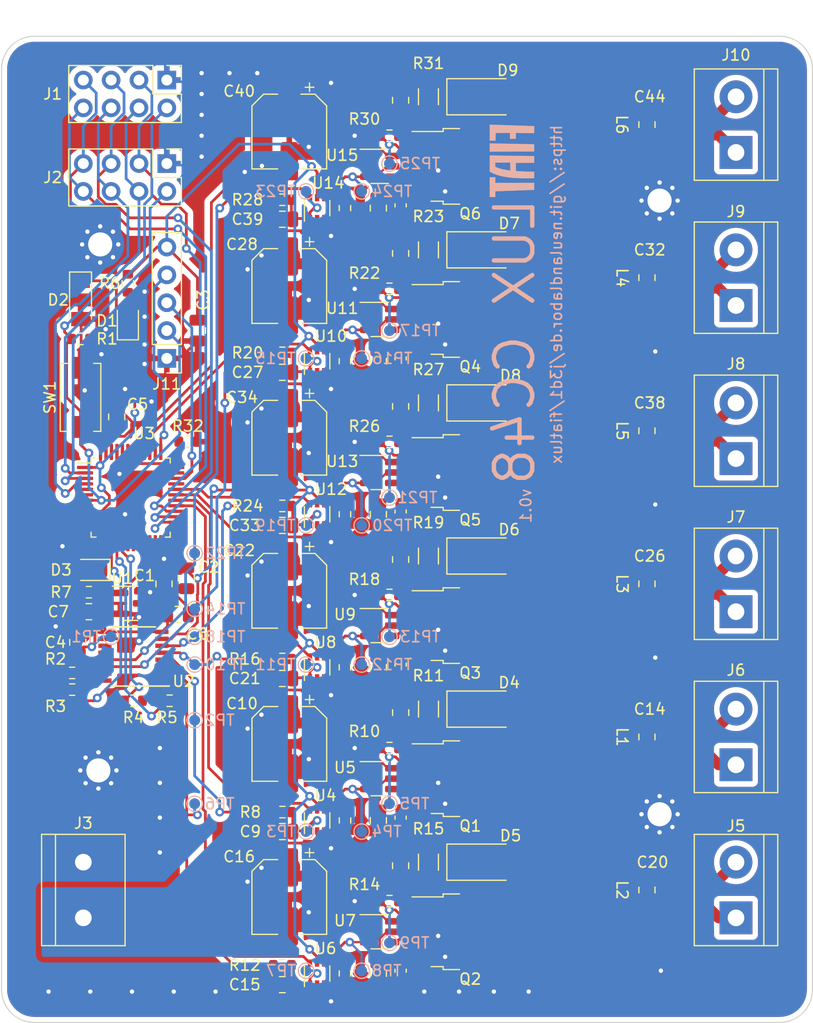
<source format=kicad_pcb>
(kicad_pcb (version 20211014) (generator pcbnew)

  (general
    (thickness 1.6)
  )

  (paper "A4")
  (layers
    (0 "F.Cu" signal)
    (31 "B.Cu" signal)
    (32 "B.Adhes" user "B.Adhesive")
    (33 "F.Adhes" user "F.Adhesive")
    (34 "B.Paste" user)
    (35 "F.Paste" user)
    (36 "B.SilkS" user "B.Silkscreen")
    (37 "F.SilkS" user "F.Silkscreen")
    (38 "B.Mask" user)
    (39 "F.Mask" user)
    (40 "Dwgs.User" user "User.Drawings")
    (41 "Cmts.User" user "User.Comments")
    (42 "Eco1.User" user "User.Eco1")
    (43 "Eco2.User" user "User.Eco2")
    (44 "Edge.Cuts" user)
    (45 "Margin" user)
    (46 "B.CrtYd" user "B.Courtyard")
    (47 "F.CrtYd" user "F.Courtyard")
    (48 "B.Fab" user)
    (49 "F.Fab" user)
    (50 "User.1" user "Nutzer.1")
    (51 "User.2" user "Nutzer.2")
    (52 "User.3" user "Nutzer.3")
    (53 "User.4" user "Nutzer.4")
    (54 "User.5" user "Nutzer.5")
    (55 "User.6" user "Nutzer.6")
    (56 "User.7" user "Nutzer.7")
    (57 "User.8" user "Nutzer.8")
    (58 "User.9" user "Nutzer.9")
  )

  (setup
    (stackup
      (layer "F.SilkS" (type "Top Silk Screen"))
      (layer "F.Paste" (type "Top Solder Paste"))
      (layer "F.Mask" (type "Top Solder Mask") (thickness 0.01))
      (layer "F.Cu" (type "copper") (thickness 0.035))
      (layer "dielectric 1" (type "core") (thickness 1.51) (material "FR4") (epsilon_r 4.5) (loss_tangent 0.02))
      (layer "B.Cu" (type "copper") (thickness 0.035))
      (layer "B.Mask" (type "Bottom Solder Mask") (thickness 0.01))
      (layer "B.Paste" (type "Bottom Solder Paste"))
      (layer "B.SilkS" (type "Bottom Silk Screen"))
      (copper_finish "None")
      (dielectric_constraints no)
    )
    (pad_to_mask_clearance 0)
    (grid_origin 167.894 27.686)
    (pcbplotparams
      (layerselection 0x00010fc_ffffffff)
      (disableapertmacros false)
      (usegerberextensions false)
      (usegerberattributes true)
      (usegerberadvancedattributes true)
      (creategerberjobfile true)
      (svguseinch false)
      (svgprecision 6)
      (excludeedgelayer true)
      (plotframeref false)
      (viasonmask false)
      (mode 1)
      (useauxorigin false)
      (hpglpennumber 1)
      (hpglpenspeed 20)
      (hpglpendiameter 15.000000)
      (dxfpolygonmode true)
      (dxfimperialunits true)
      (dxfusepcbnewfont true)
      (psnegative false)
      (psa4output false)
      (plotreference true)
      (plotvalue true)
      (plotinvisibletext false)
      (sketchpadsonfab false)
      (subtractmaskfromsilk false)
      (outputformat 1)
      (mirror false)
      (drillshape 1)
      (scaleselection 1)
      (outputdirectory "")
    )
  )

  (net 0 "")
  (net 1 "+3V3")
  (net 2 "GND")
  (net 3 "~{BUSRST}")
  (net 4 "Net-(C4-Pad1)")
  (net 5 "/fiatlux_cc48_channel_driver2/DRI_DIM")
  (net 6 "+48V")
  (net 7 "/fiatlux_cc48_channel_driver2/DRI_VCC")
  (net 8 "/fiatlux_cc48_channel_driver2/DRI_COM")
  (net 9 "/fiatlux_cc48_channel_driver2/OUT+")
  (net 10 "/fiatlux_cc48_channel_driver2/OUT-")
  (net 11 "/fiatlux_cc48_channel_driver1/DRI_DIM")
  (net 12 "/fiatlux_cc48_channel_driver1/DRI_VCC")
  (net 13 "/fiatlux_cc48_channel_driver1/DRI_COM")
  (net 14 "/fiatlux_cc48_channel_driver1/OUT+")
  (net 15 "/fiatlux_cc48_channel_driver1/OUT-")
  (net 16 "/fiatlux_cc48_channel_driver3/DRI_DIM")
  (net 17 "/fiatlux_cc48_channel_driver3/DRI_VCC")
  (net 18 "/fiatlux_cc48_channel_driver3/DRI_COM")
  (net 19 "/fiatlux_cc48_channel_driver3/OUT+")
  (net 20 "/fiatlux_cc48_channel_driver3/OUT-")
  (net 21 "/fiatlux_cc48_channel_driver5/DRI_DIM")
  (net 22 "/fiatlux_cc48_channel_driver5/DRI_VCC")
  (net 23 "/fiatlux_cc48_channel_driver5/DRI_COM")
  (net 24 "/fiatlux_cc48_channel_driver5/OUT+")
  (net 25 "/fiatlux_cc48_channel_driver5/OUT-")
  (net 26 "Net-(D1-Pad2)")
  (net 27 "ACT_LED")
  (net 28 "Net-(D3-Pad2)")
  (net 29 "/fiatlux_cc48_channel_driver4/DRI_DIM")
  (net 30 "/fiatlux_cc48_channel_driver4/DRI_VCC")
  (net 31 "/fiatlux_cc48_channel_driver4/DRI_COM")
  (net 32 "/fiatlux_cc48_channel_driver4/OUT+")
  (net 33 "/fiatlux_cc48_channel_driver4/OUT-")
  (net 34 "/fiatlux_cc48_channel_driver6/DRI_DIM")
  (net 35 "/fiatlux_cc48_channel_driver6/DRI_VCC")
  (net 36 "/fiatlux_cc48_channel_driver6/DRI_COM")
  (net 37 "/fiatlux_cc48_channel_driver6/OUT+")
  (net 38 "/fiatlux_cc48_channel_driver6/OUT-")
  (net 39 "/fiatlux_cc48_channel_driver2/DRI_SOURCE")
  (net 40 "/fiatlux_cc48_channel_driver1/DRI_SOURCE")
  (net 41 "/fiatlux_cc48_channel_driver3/DRI_SOURCE")
  (net 42 "DAC_SYNC")
  (net 43 "Net-(R2-Pad2)")
  (net 44 "SCLK")
  (net 45 "Net-(R3-Pad2)")
  (net 46 "MOSI")
  (net 47 "Net-(R4-Pad2)")
  (net 48 "MISO")
  (net 49 "Net-(R5-Pad2)")
  (net 50 "CH2_DIM")
  (net 51 "Net-(R9-Pad1)")
  (net 52 "CH1_DIM")
  (net 53 "CH3_DIM")
  (net 54 "CH5_DIM")
  (net 55 "CH4_DIM")
  (net 56 "Net-(R21-Pad1)")
  (net 57 "CH6_DIM")
  (net 58 "Net-(C13-Pad1)")
  (net 59 "unconnected-(U2-Pad11)")
  (net 60 "unconnected-(U2-Pad12)")
  (net 61 "INIT_{IN}")
  (net 62 "~{INT}")
  (net 63 "INIT_{OUT}")
  (net 64 "SW_SCLK")
  (net 65 "SW_MOSI")
  (net 66 "SW_MISO")
  (net 67 "CH1_PWM")
  (net 68 "CH2_PWM")
  (net 69 "CH3_PWM")
  (net 70 "CH4_PWM")
  (net 71 "unconnected-(U3-Pad25)")
  (net 72 "CH6_PWM")
  (net 73 "CH5_PWM")
  (net 74 "/fiatlux_cc48_channel_driver5/DRI_SOURCE")
  (net 75 "/fiatlux_cc48_channel_driver4/DRI_SOURCE")
  (net 76 "/fiatlux_cc48_channel_driver6/DRI_SOURCE")
  (net 77 "/fiatlux_cc48_channel_driver2/DRI_GATE")
  (net 78 "/fiatlux_cc48_channel_driver1/DRI_GATE")
  (net 79 "/fiatlux_cc48_channel_driver3/DRI_GATE")
  (net 80 "/fiatlux_cc48_channel_driver5/DRI_GATE")
  (net 81 "/fiatlux_cc48_channel_driver4/DRI_GATE")
  (net 82 "/fiatlux_cc48_channel_driver6/DRI_GATE")
  (net 83 "Net-(C19-Pad1)")
  (net 84 "Net-(C25-Pad1)")
  (net 85 "Net-(C31-Pad1)")
  (net 86 "Net-(C37-Pad1)")
  (net 87 "Net-(C43-Pad1)")
  (net 88 "Net-(R13-Pad1)")
  (net 89 "Net-(R17-Pad1)")
  (net 90 "Net-(R25-Pad1)")
  (net 91 "Net-(R29-Pad1)")
  (net 92 "unconnected-(U3-Pad5)")
  (net 93 "unconnected-(U3-Pad6)")
  (net 94 "unconnected-(U3-Pad10)")
  (net 95 "unconnected-(U3-Pad11)")
  (net 96 "unconnected-(U3-Pad12)")
  (net 97 "Net-(R32-Pad1)")
  (net 98 "unconnected-(U3-Pad18)")
  (net 99 "unconnected-(U3-Pad19)")
  (net 100 "unconnected-(U3-Pad20)")
  (net 101 "unconnected-(U3-Pad21)")
  (net 102 "unconnected-(U3-Pad22)")
  (net 103 "unconnected-(U3-Pad33)")
  (net 104 "SWDIO")
  (net 105 "unconnected-(U3-Pad35)")
  (net 106 "unconnected-(U3-Pad36)")
  (net 107 "SWCLK")
  (net 108 "unconnected-(U3-Pad38)")
  (net 109 "unconnected-(U3-Pad39)")
  (net 110 "unconnected-(U3-Pad42)")
  (net 111 "unconnected-(U3-Pad43)")
  (net 112 "unconnected-(U3-Pad45)")
  (net 113 "unconnected-(U3-Pad46)")

  (footprint "fiatlux:PCD0503" (layer "F.Cu") (at 210.713 73.66 -90))

  (footprint "TerminalBlock:TerminalBlock_bornier-2_P5.08mm" (layer "F.Cu") (at 224.917 90.17 90))

  (footprint "Capacitor_SMD:C_0805_2012Metric" (layer "F.Cu") (at 183.515 110.236 180))

  (footprint "Capacitor_SMD:C_0603_1608Metric" (layer "F.Cu") (at 194.31 81.026 -90))

  (footprint "Capacitor_SMD:C_0805_2012Metric" (layer "F.Cu") (at 216.789 87.63 -90))

  (footprint "TerminalBlock:TerminalBlock_bornier-2_P5.08mm" (layer "F.Cu") (at 224.917 76.2 90))

  (footprint "MountingHole:MountingHole_2.2mm_M2_Pad_Via" (layer "F.Cu") (at 217.941 38.686))

  (footprint "Resistor_SMD:R_1206_3216Metric" (layer "F.Cu") (at 196.85 99.06 90))

  (footprint "Diode_SMD:D_SMA" (layer "F.Cu") (at 201.93 57.15))

  (footprint "fiatlux:PCD0503" (layer "F.Cu") (at 210.693 31.75 -90))

  (footprint "Capacitor_SMD:CP_Elec_6.3x4.5" (layer "F.Cu") (at 184.15 60.325 -90))

  (footprint "Connector_PinHeader_2.54mm:PinHeader_2x04_P2.54mm_Vertical" (layer "F.Cu") (at 172.974 35.306 -90))

  (footprint "Capacitor_SMD:C_0603_1608Metric" (layer "F.Cu") (at 194.31 108.966 -90))

  (footprint "Capacitor_SMD:C_0805_2012Metric" (layer "F.Cu") (at 172.72 73.66 -90))

  (footprint "Package_TO_SOT_SMD:SOT-23-6" (layer "F.Cu") (at 192.405 63.5))

  (footprint "Capacitor_SMD:C_0805_2012Metric" (layer "F.Cu") (at 192.278 67.31 -90))

  (footprint "Package_TO_SOT_SMD:SOT-363_SC-70-6" (layer "F.Cu") (at 186.69 81.28 90))

  (footprint "Capacitor_SMD:C_0805_2012Metric" (layer "F.Cu") (at 192.278 109.22 -90))

  (footprint "Package_TO_SOT_SMD:TO-252-2" (layer "F.Cu") (at 200.6655 91.44))

  (footprint "Connector_PinHeader_2.54mm:PinHeader_2x04_P2.54mm_Vertical" (layer "F.Cu") (at 172.974 27.686 -90))

  (footprint "Package_TO_SOT_SMD:TO-252-2" (layer "F.Cu") (at 200.66 77.47))

  (footprint "Resistor_SMD:R_0603_1608Metric" (layer "F.Cu") (at 183.515 80.518))

  (footprint "Diode_SMD:D_SMA" (layer "F.Cu") (at 201.93 29.21))

  (footprint "TerminalBlock:TerminalBlock_bornier-2_P5.08mm" (layer "F.Cu") (at 165.354 99.06 -90))

  (footprint "Diode_SMD:D_SMA" (layer "F.Cu") (at 201.93 99.06))

  (footprint "Diode_SMD:D_SMA" (layer "F.Cu") (at 201.93 43.18))

  (footprint "Capacitor_SMD:C_0805_2012Metric" (layer "F.Cu") (at 192.278 95.25 -90))

  (footprint "MountingHole:MountingHole_2.2mm_M2_Pad_Via" (layer "F.Cu") (at 166.727274 90.686))

  (footprint "fiatlux:PCD0503" (layer "F.Cu") (at 210.713 45.72 -90))

  (footprint "Diode_SMD:D_SMA" (layer "F.Cu") (at 201.9355 85.09))

  (footprint "Capacitor_SMD:CP_Elec_6.3x4.5" (layer "F.Cu") (at 184.15 46.482 -90))

  (footprint "MountingHole:MountingHole_2.2mm_M2_Pad_Via" (layer "F.Cu") (at 166.894 42.686))

  (footprint "Package_TO_SOT_SMD:SOT-23-6" (layer "F.Cu") (at 192.405 35.56))

  (footprint "Capacitor_SMD:C_0805_2012Metric" (layer "F.Cu") (at 216.789 31.75 -90))

  (footprint "Resistor_SMD:R_0603_1608Metric" (layer "F.Cu") (at 189.23 81.28 -90))

  (footprint "Resistor_SMD:R_0603_1608Metric" (layer "F.Cu") (at 164.338 81.788))

  (footprint "LED_SMD:LED_0805_2012Metric" (layer "F.Cu") (at 169.418 49.7055 90))

  (footprint "Capacitor_SMD:C_0805_2012Metric" (layer "F.Cu") (at 174.752 73.152 -90))

  (footprint "Capacitor_SMD:C_0805_2012Metric" (layer "F.Cu") (at 194.31 29.53 90))

  (footprint "Capacitor_SMD:C_0805_2012Metric" (layer "F.Cu") (at 183.5205 96.266 180))

  (footprint "fiatlux:PCD0503" (layer "F.Cu") (at 210.713 101.6 -90))

  (footprint "Capacitor_SMD:C_0805_2012Metric" (layer "F.Cu") (at 183.515 68.326 180))

  (footprint "Resistor_SMD:R_1206_3216Metric" (layer "F.Cu") (at 196.85 57.15 90))

  (footprint "Package_TO_SOT_SMD:SOT-23-6" (layer "F.Cu") (at 192.405 49.53))

  (footprint "Package_TO_SOT_SMD:SOT-23-6" (layer "F.Cu") (at 192.4105 91.44))

  (footprint "fiatlux:PCD0503" (layer "F.Cu") (at 210.713 59.69 -90))

  (footprint "Resistor_SMD:R_0603_1608Metric" (layer "F.Cu") (at 183.515 108.458))

  (footprint "Capacitor_SMD:C_0805_2012Metric" (layer "F.Cu") (at 164.846 78.994 90))

  (footprint "Resistor_SMD:R_0603_1608Metric" (layer "F.Cu") (at 193.294 46.736))

  (footprint "TerminalBlock:TerminalBlock_bornier-2_P5.08mm" (layer "F.Cu") (at 224.917 62.23 90))

  (footprint "Resistor_SMD:R_0603_1608Metric" (layer "F.Cu") (at 183.5205 94.488))

  (footprint "Package_TO_SOT_SMD:SOT-363_SC-70-6" (layer "F.Cu") (at 186.69 95.25 90))

  (footprint "Capacitor_SMD:C_0805_2012Metric" (layer "F.Cu") (at 194.31 43.5 90))

  (footprint "Resistor_SMD:R_0603_1608Metric" (layer "F.Cu") (at 193.294 32.766))

  (footprint "Capacitor_SMD:CP_Elec_6.3x4.5" (layer "F.Cu") (at 184.1555 88.265 -90))

  (footprint "Resistor_SMD:R_0603_1608Metric" (layer "F.Cu") (at 189.23 39.37 -90))

  (footprint "Package_TO_SOT_SMD:SOT-23-6" locked (layer "F.Cu")
    (tedit 5F6F9B37) (tstamp 723c1c0c-ab1c-4caf-bd26-b813ef0e5ece)
    (at 192.405 105.41)
    (descr "SOT, 6 Pin (https://www.jedec.org/sites/default/files/docs/Mo-178c.PDF variant AB), generated with kicad-footprint-generator ipc_gullwing_generator.py")
    (tags "SOT TO_SOT_SMD")
    (property "LCSC" "C367387")
    (property "Sheetfile" "fiatlux_cc48_channel_driver.kicad_sch")
    (property "Sheetname" "fiatlux_cc48_channel_driver1")
    (path "/ec392c76-0785-4274-a56a-aeb995601b34/dd58ff45-8682-4c68-9b58-6c676bdc956a")
    (attr smd)
    (fp_text reference "U7" (at -3.175 -1.016) (layer "F.SilkS")
      (effects (font (size 1 1) (thickness 0.15)))
      (tstamp 09c71300-7078-4a78-a9d7-e7f49f90e91f)
    )
    (fp_text value "FL7760" (at 0 2.4) (layer "F.Fab")
      (effects (font (size 1 1) (thickness 0.15)))
      (tstamp 0747d984-1a14-4b33-9bfe-68103a2abcbd)
    )
    (fp_text user "${REFERENCE}" (at 0 0) (layer "F.Fab")
      (effects (font (size 0.4 0.4) (thickness 0.06)))
      (tstamp a36f2a6a-fa63-4233-aecd-370bee3ef4ed)
    )
    (fp_line (start 0 -1.56) (end 0.8 -1.56) (layer "F.SilkS") (width 0.12) (tstamp 7693550f-a40b-4746-b051-4252f0d36f34))
    (fp_line (start 0 1.56) (end 0.8 1.56) (layer "F.SilkS") (width 0.12) (tstamp 7c8a5dd6-6b4c-45ae-b57e-6f0694c5e3f3))
    (fp_line (start 0 1.56) (end -0.8 1.56) (layer "F.SilkS") (width 0.12) (tstamp 9c06e32c-8c7c-4c00-af04-05280a8b49ad))
    (fp_line (start 0 -1.56) (end -1.8 -1.56) (layer "F.Sil
... [1187256 chars truncated]
</source>
